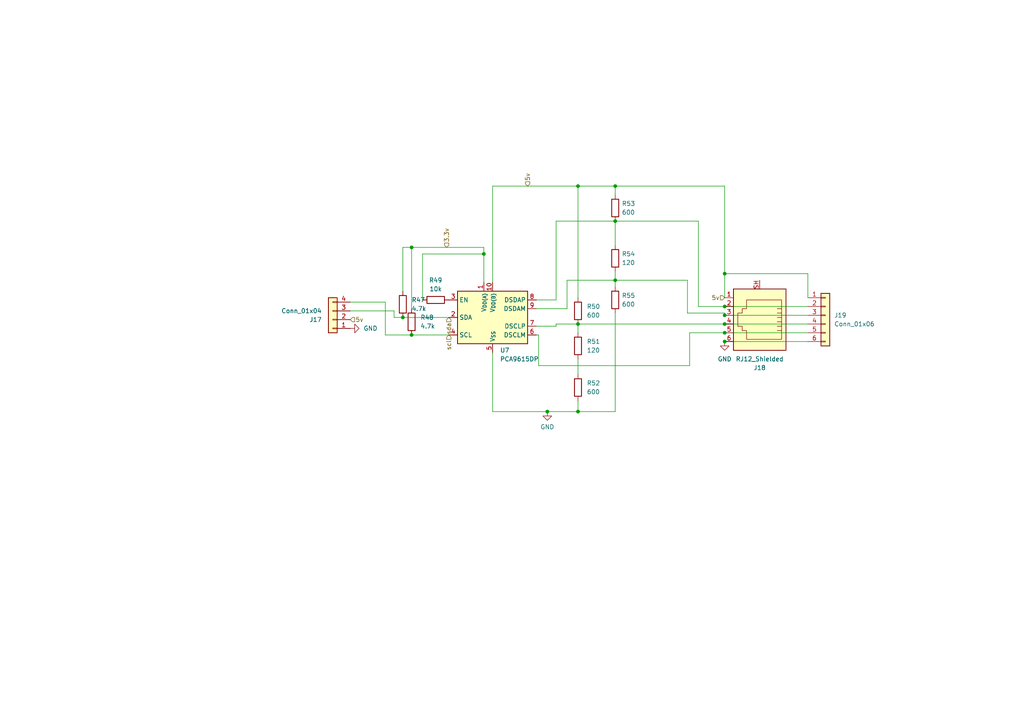
<source format=kicad_sch>
(kicad_sch (version 20250114) (generator "eeschema") (generator_version "9.0")
  (paper "A4")
  (lib_symbols
    (symbol "Connector:RJ12_Shielded" (pin_names (offset 1.016))
      (property "Reference" "J" (at -5.08 11.43 0))
      (property "Value" "RJ12_Shielded" (at 2.54 11.43 0))
      (symbol "RJ12_Shielded_0_1"
        (polyline (pts (xy -6.35 3.175) (xy -5.08 3.175) (xy -5.08 3.175)))
        (polyline (pts (xy -6.35 1.905) (xy -5.08 1.905) (xy -5.08 1.905)))
        (polyline (pts (xy -6.35 0.635) (xy -5.08 0.635) (xy -5.08 0.635)))
        (polyline (pts (xy -6.35 -0.635) (xy -5.08 -0.635) (xy -5.08 -0.635)))
        (polyline (pts (xy -6.35 -1.905) (xy -5.08 -1.905) (xy -5.08 -1.905)))
        (polyline (pts (xy -6.35 -4.445) (xy -6.35 6.985) (xy 3.81 6.985) (xy 3.81 4.445) (xy 5.08 4.445) (xy 5.08 3.175) (xy 6.35 3.175) (xy 6.35 -0.635) (xy 5.08 -0.635) (xy 5.08 -1.905) (xy 3.81 -1.905) (xy 3.81 -4.445) (xy -6.35 -4.445) (xy -6.35 -4.445)))
        (polyline (pts (xy -5.08 4.445) (xy -6.35 4.445) (xy -6.35 4.445)))
        (rectangle (start 7.62 10.16) (end -7.62 -7.62) (stroke (width 0.254)) (fill (type background)))
      )
      (symbol "RJ12_Shielded_1_1"
        (pin passive line (at 0 -10.16 90) (length 2.54) (name "~") (number "SH"))
        (pin passive line (at 10.16 7.62 180) (length 2.54) (name "~") (number "6"))
        (pin passive line (at 10.16 5.08 180) (length 2.54) (name "~") (number "5"))
        (pin passive line (at 10.16 2.54 180) (length 2.54) (name "~") (number "4"))
        (pin passive line (at 10.16 0 180) (length 2.54) (name "~") (number "3"))
        (pin passive line (at 10.16 -2.54 180) (length 2.54) (name "~") (number "2"))
        (pin passive line (at 10.16 -5.08 180) (length 2.54) (name "~") (number "1"))
      )
    )
    (symbol "Connector_Generic:Conn_01x04" (pin_names (offset 1.016) (hide yes))
      (property "Reference" "J" (at 0 5.08 0))
      (property "Value" "Conn_01x04" (at 0 -7.62 0))
      (symbol "Conn_01x04_1_1"
        (rectangle (start -1.27 3.81) (end 1.27 -6.35) (stroke (width 0.254)) (fill (type background)))
        (rectangle (start -1.27 2.667) (end 0 2.413) (stroke (width 0.1524)))
        (rectangle (start -1.27 0.127) (end 0 -0.127) (stroke (width 0.1524)))
        (rectangle (start -1.27 -2.413) (end 0 -2.667) (stroke (width 0.1524)))
        (rectangle (start -1.27 -4.953) (end 0 -5.207) (stroke (width 0.1524)))
        (pin passive line (at -5.08 2.54 0) (length 3.81) (name "Pin_1") (number "1"))
        (pin passive line (at -5.08 0 0) (length 3.81) (name "Pin_2") (number "2"))
        (pin passive line (at -5.08 -2.54 0) (length 3.81) (name "Pin_3") (number "3"))
        (pin passive line (at -5.08 -5.08 0) (length 3.81) (name "Pin_4") (number "4"))
      )
    )
    (symbol "Connector_Generic:Conn_01x06" (pin_names (offset 1.016) (hide yes))
      (property "Reference" "J" (at 0 7.62 0))
      (property "Value" "Conn_01x06" (at 0 -10.16 0))
      (symbol "Conn_01x06_1_1"
        (rectangle (start -1.27 6.35) (end 1.27 -8.89) (stroke (width 0.254)) (fill (type background)))
        (rectangle (start -1.27 5.207) (end 0 4.953) (stroke (width 0.1524)))
        (rectangle (start -1.27 2.667) (end 0 2.413) (stroke (width 0.1524)))
        (rectangle (start -1.27 0.127) (end 0 -0.127) (stroke (width 0.1524)))
        (rectangle (start -1.27 -2.413) (end 0 -2.667) (stroke (width 0.1524)))
        (rectangle (start -1.27 -4.953) (end 0 -5.207) (stroke (width 0.1524)))
        (rectangle (start -1.27 -7.493) (end 0 -7.747) (stroke (width 0.1524)))
        (pin passive line (at -5.08 5.08 0) (length 3.81) (name "Pin_1") (number "1"))
        (pin passive line (at -5.08 2.54 0) (length 3.81) (name "Pin_2") (number "2"))
        (pin passive line (at -5.08 0 0) (length 3.81) (name "Pin_3") (number "3"))
        (pin passive line (at -5.08 -2.54 0) (length 3.81) (name "Pin_4") (number "4"))
        (pin passive line (at -5.08 -5.08 0) (length 3.81) (name "Pin_5") (number "5"))
        (pin passive line (at -5.08 -7.62 0) (length 3.81) (name "Pin_6") (number "6"))
      )
    )
    (symbol "Device:R" (pin_numbers (hide yes)) (pin_names (offset 0))
      (property "Reference" "R" (at 2.032 0 90))
      (property "Value" "R" (at 0 0 90))
      (symbol "R_0_1"
        (rectangle (start -1.016 -2.54) (end 1.016 2.54) (stroke (width 0.254)))
      )
      (symbol "R_1_1"
        (pin passive line (at 0 3.81 270) (length 1.27) (name "~") (number "1"))
        (pin passive line (at 0 -3.81 90) (length 1.27) (name "~") (number "2"))
      )
    )
    (symbol "Interface:PCA9615DP"
      (property "Reference" "U" (at -10.16 8.89 0))
      (property "Value" "PCA9615DP" (at 1.27 8.89 0))
      (symbol "PCA9615DP_0_1"
        (rectangle (start -10.16 7.62) (end 10.16 -7.62) (stroke (width 0.254)) (fill (type background)))
      )
      (symbol "PCA9615DP_1_1"
        (pin input line (at -12.7 5.08 0) (length 2.54) (name "EN") (number "3"))
        (pin bidirectional line (at -12.7 0 0) (length 2.54) (name "SDA") (number "2"))
        (pin bidirectional line (at -12.7 -5.08 0) (length 2.54) (name "SCL") (number "4"))
        (pin power_in line (at -2.54 10.16 270) (length 2.54) (name "V_{DD(A)}") (number "1"))
        (pin power_in line (at 0 10.16 270) (length 2.54) (name "V_{DD(B)}") (number "10"))
        (pin power_in line (at 0 -10.16 90) (length 2.54) (name "V_{SS}") (number "5"))
        (pin bidirectional line (at 12.7 5.08 180) (length 2.54) (name "DSDAP") (number "8"))
        (pin bidirectional line (at 12.7 2.54 180) (length 2.54) (name "DSDAM") (number "9"))
        (pin bidirectional line (at 12.7 -2.54 180) (length 2.54) (name "DSCLP") (number "7"))
        (pin bidirectional line (at 12.7 -5.08 180) (length 2.54) (name "DSCLM") (number "6"))
      )
    )
    (symbol "power:GND" (power) (pin_numbers (hide yes)) (pin_names (offset 0) (hide yes))
      (property "Value" "GND" (at 0 -3.81 0))
      (symbol "GND_0_1"
        (polyline (pts (xy 0 0) (xy 0 -1.27) (xy 1.27 -1.27) (xy 0 -2.54) (xy -1.27 -1.27) (xy 0 -1.27)))
      )
      (symbol "GND_1_1"
        (pin power_in line (at 0 0 270) (length 0) (name "~") (number "1"))
      )
    )
  )
  (junction (at 178.435 81.28))
  (junction (at 210.185 99.06))
  (junction (at 210.185 91.44))
  (junction (at 140.335 73.66))
  (junction (at 167.64 53.975))
  (junction (at 210.185 93.98))
  (junction (at 178.435 53.975))
  (junction (at 119.38 97.155))
  (junction (at 167.64 119.38))
  (junction (at 167.64 93.98))
  (junction (at 210.185 88.9))
  (junction (at 116.84 92.075))
  (junction (at 158.75 119.38))
  (junction (at 178.435 64.135))
  (junction (at 119.38 71.755))
  (junction (at 210.185 79.375))
  (junction (at 210.185 96.52))
  (wire (pts (xy 161.29 93.98) (xy 167.64 93.98)))
  (wire (pts (xy 161.29 64.135) (xy 178.435 64.135)))
  (wire (pts (xy 200.025 96.52) (xy 200.025 106.045)))
  (wire (pts (xy 161.29 93.98) (xy 161.29 94.615)))
  (wire (pts (xy 119.38 71.755) (xy 119.38 89.535)))
  (wire (pts (xy 140.335 73.66) (xy 140.335 81.915)))
  (wire (pts (xy 101.6 87.63) (xy 111.76 87.63)))
  (wire (pts (xy 114.3 92.075) (xy 114.3 90.17)))
  (wire (pts (xy 178.435 53.975) (xy 210.185 53.975)))
  (wire (pts (xy 156.21 106.045) (xy 156.21 97.155)))
  (wire (pts (xy 114.3 90.17) (xy 101.6 90.17)))
  (wire (pts (xy 178.435 119.38) (xy 178.435 90.805)))
  (wire (pts (xy 122.555 86.995) (xy 122.555 73.66)))
  (wire (pts (xy 164.465 89.535) (xy 164.465 81.28)))
  (wire (pts (xy 210.185 79.375) (xy 210.185 86.36)))
  (wire (pts (xy 178.435 81.28) (xy 178.435 83.185)))
  (wire (pts (xy 210.185 96.52) (xy 200.025 96.52)))
  (wire (pts (xy 116.84 92.075) (xy 114.3 92.075)))
  (wire (pts (xy 167.64 116.205) (xy 167.64 119.38)))
  (wire (pts (xy 167.64 53.975) (xy 178.435 53.975)))
  (wire (pts (xy 116.84 92.075) (xy 130.175 92.075)))
  (wire (pts (xy 142.875 81.915) (xy 142.875 53.975)))
  (wire (pts (xy 155.575 94.615) (xy 161.29 94.615)))
  (wire (pts (xy 142.875 102.235) (xy 142.875 119.38)))
  (wire (pts (xy 210.185 90.805) (xy 210.185 91.44)))
  (wire (pts (xy 210.185 53.975) (xy 210.185 79.375)))
  (wire (pts (xy 199.39 81.28) (xy 199.39 90.805)))
  (wire (pts (xy 167.64 104.14) (xy 167.64 108.585)))
  (wire (pts (xy 178.435 53.975) (xy 178.435 56.515)))
  (wire (pts (xy 164.465 81.28) (xy 178.435 81.28)))
  (wire (pts (xy 178.435 81.28) (xy 199.39 81.28)))
  (wire (pts (xy 142.875 53.975) (xy 167.64 53.975)))
  (wire (pts (xy 202.565 64.135) (xy 202.565 88.9)))
  (wire (pts (xy 210.185 93.98) (xy 234.315 93.98)))
  (wire (pts (xy 178.435 81.28) (xy 178.435 78.74)))
  (wire (pts (xy 210.185 79.375) (xy 234.315 79.375)))
  (wire (pts (xy 167.64 93.98) (xy 210.185 93.98)))
  (wire (pts (xy 234.315 79.375) (xy 234.315 86.36)))
  (wire (pts (xy 210.185 96.52) (xy 234.315 96.52)))
  (wire (pts (xy 210.185 99.06) (xy 234.315 99.06)))
  (wire (pts (xy 199.39 90.805) (xy 210.185 90.805)))
  (wire (pts (xy 167.64 53.975) (xy 167.64 86.36)))
  (wire (pts (xy 158.75 119.38) (xy 167.64 119.38)))
  (wire (pts (xy 210.185 91.44) (xy 234.315 91.44)))
  (wire (pts (xy 140.335 71.755) (xy 140.335 73.66)))
  (wire (pts (xy 142.875 119.38) (xy 158.75 119.38)))
  (wire (pts (xy 178.435 64.135) (xy 178.435 71.12)))
  (wire (pts (xy 178.435 64.135) (xy 202.565 64.135)))
  (wire (pts (xy 116.84 84.455) (xy 116.84 71.755)))
  (wire (pts (xy 156.21 97.155) (xy 155.575 97.155)))
  (wire (pts (xy 119.38 97.155) (xy 130.175 97.155)))
  (wire (pts (xy 119.38 71.755) (xy 140.335 71.755)))
  (wire (pts (xy 116.84 71.755) (xy 119.38 71.755)))
  (wire (pts (xy 167.64 119.38) (xy 178.435 119.38)))
  (wire (pts (xy 155.575 89.535) (xy 164.465 89.535)))
  (wire (pts (xy 210.185 88.9) (xy 234.315 88.9)))
  (wire (pts (xy 155.575 86.995) (xy 161.29 86.995)))
  (wire (pts (xy 111.76 97.155) (xy 119.38 97.155)))
  (wire (pts (xy 202.565 88.9) (xy 210.185 88.9)))
  (wire (pts (xy 167.64 93.98) (xy 167.64 96.52)))
  (wire (pts (xy 122.555 73.66) (xy 140.335 73.66)))
  (wire (pts (xy 161.29 86.995) (xy 161.29 64.135)))
  (wire (pts (xy 200.025 106.045) (xy 156.21 106.045)))
  (wire (pts (xy 111.76 87.63) (xy 111.76 97.155)))
  (hierarchical_label "scl" (shape input) (at 130.175 97.155 270))
  (hierarchical_label "5v" (shape input) (at 101.6 92.71 0))
  (hierarchical_label "sda" (shape input) (at 130.175 92.075 270))
  (hierarchical_label "3.3v" (shape input) (at 129.54 71.755 90))
  (hierarchical_label "5v" (shape input) (at 153.035 53.975 90))
  (hierarchical_label "5v" (shape input) (at 210.185 86.36 180))
  (symbol (lib_id "power:GND") (at 158.75 119.38 0) (unit 1)
    (property "Reference" "#PWR05" (effects (hide yes)))
    (property "Value" "GND" (at 158.75 123.825 0))
    (property "Description" "Power symbol creates a global label with name \"GND\" , ground" (effects (hide yes)))
    (instances (project "ghost_host" (path "" (reference "#PWR021") (unit 1)) (path "" (reference "#PWR09") (unit 1)) (path "" (reference "#PWR012") (unit 1)) (path "" (reference "#PWR018") (unit 1)) (path "" (reference "#PWR05") (unit 1)) (path "" (reference "#PWR024") (unit 1)) (path "" (reference "#PWR07") (unit 1)) (path "" (reference "#PWR015") (unit 1))))
  )
  (symbol (lib_id "Device:R") (at 167.64 112.395 0) (unit 1)
    (property "Reference" "R13" (at 170.18 111.1249 0) (effects (justify left)))
    (property "Value" "600" (at 170.18 113.6649 0) (effects (justify left)))
    (property "Footprint" "Resistor_SMD:R_0603_1608Metric_Pad0.98x0.95mm_HandSolder" (effects (hide yes)))
    (property "Description" "Resistor" (effects (hide yes)))
    (instances (project "ghost_host" (path "" (reference "R52") (unit 1)) (path "" (reference "R21") (unit 1)) (path "" (reference "R26") (unit 1)) (path "" (reference "R43") (unit 1)) (path "" (reference "R13") (unit 1)) (path "" (reference "R61") (unit 1)) (path "" (reference "R69") (unit 1)) (path "" (reference "R34") (unit 1))))
  )
  (symbol (lib_id "Device:R") (at 167.64 100.33 0) (unit 1)
    (property "Reference" "R11" (at 170.18 99.0599 0) (effects (justify left)))
    (property "Value" "120" (at 170.18 101.5999 0) (effects (justify left)))
    (property "Footprint" "Resistor_SMD:R_0603_1608Metric_Pad0.98x0.95mm_HandSolder" (effects (hide yes)))
    (property "Description" "Resistor" (effects (hide yes)))
    (instances (project "ghost_host" (path "" (reference "R51") (unit 1)) (path "" (reference "R20") (unit 1)) (path "" (reference "R25") (unit 1)) (path "" (reference "R42") (unit 1)) (path "" (reference "R11") (unit 1)) (path "" (reference "R60") (unit 1)) (path "" (reference "R68") (unit 1)) (path "" (reference "R33") (unit 1))))
  )
  (symbol (lib_id "Device:R") (at 167.64 90.17 0) (unit 1)
    (property "Reference" "R9" (at 170.18 88.8999 0) (effects (justify left)))
    (property "Value" "600" (at 170.18 91.4399 0) (effects (justify left)))
    (property "Footprint" "Resistor_SMD:R_0603_1608Metric_Pad0.98x0.95mm_HandSolder" (effects (hide yes)))
    (property "Description" "Resistor" (effects (hide yes)))
    (instances (project "ghost_host" (path "" (reference "R50") (unit 1)) (path "" (reference "R19") (unit 1)) (path "" (reference "R14") (unit 1)) (path "" (reference "R41") (unit 1)) (path "" (reference "R9") (unit 1)) (path "" (reference "R59") (unit 1)) (path "" (reference "R67") (unit 1)) (path "" (reference "R32") (unit 1))))
  )
  (symbol (lib_id "power:GND") (at 101.6 95.25 90) (unit 1)
    (property "Reference" "#PWR0101" (effects (hide yes)))
    (property "Value" "GND" (at 105.41 95.2499 90) (effects (justify right)))
    (property "Description" "Power symbol creates a global label with name \"GND\" , ground" (effects (hide yes)))
    (instances (project "ghost_host" (path "" (reference "#PWR020") (unit 1)) (path "" (reference "#PWR08") (unit 1)) (path "" (reference "#PWR011") (unit 1)) (path "" (reference "#PWR017") (unit 1)) (path "" (reference "#PWR0101") (unit 1)) (path "" (reference "#PWR023") (unit 1)) (path "" (reference "#PWR04") (unit 1)) (path "" (reference "#PWR014") (unit 1))))
  )
  (symbol (lib_id "Connector:RJ12_Shielded") (at 220.345 91.44 180) (unit 1)
    (property "Reference" "J23" (at 220.345 106.68 0))
    (property "Value" "RJ12_Shielded" (at 220.345 104.14 0))
    (property "Footprint" "RJ12_Pin_Connector:RJ12_Pin_Connector" (effects (hide yes)))
    (property "Description" "RJ connector, 6P6C (6 positions 6 connected), Shielded" (effects (hide yes)))
    (instances (project "ghost_host" (path "" (reference "J18") (unit 1)) (path "" (reference "J6") (unit 1)) (path "" (reference "J9") (unit 1)) (path "" (reference "J15") (unit 1)) (path "" (reference "J23") (unit 1)) (path "" (reference "J21") (unit 1)) (path "" (reference "J4") (unit 1)) (path "" (reference "J12") (unit 1))))
  )
  (symbol (lib_id "Device:R") (at 119.38 93.345 0) (unit 1)
    (property "Reference" "R2" (at 121.92 92.0749 0) (effects (justify left)))
    (property "Value" "4.7k" (at 121.92 94.6149 0) (effects (justify left)))
    (property "Footprint" "Resistor_SMD:R_0603_1608Metric_Pad0.98x0.95mm_HandSolder" (effects (hide yes)))
    (property "Description" "Resistor" (effects (hide yes)))
    (instances (project "ghost_host" (path "" (reference "R48") (unit 1)) (path "" (reference "R17") (unit 1)) (path "" (reference "R10") (unit 1)) (path "" (reference "R39") (unit 1)) (path "" (reference "R2") (unit 1)) (path "" (reference "R57") (unit 1)) (path "" (reference "R5") (unit 1)) (path "" (reference "R30") (unit 1))))
  )
  (symbol (lib_id "Device:R") (at 178.435 60.325 0) (unit 1)
    (property "Reference" "R15" (at 180.34 59.0549 0) (effects (justify left)))
    (property "Value" "600" (at 180.34 61.5949 0) (effects (justify left)))
    (property "Footprint" "Resistor_SMD:R_0603_1608Metric_Pad0.98x0.95mm_HandSolder" (effects (hide yes)))
    (property "Description" "Resistor" (effects (hide yes)))
    (instances (project "ghost_host" (path "" (reference "R53") (unit 1)) (path "" (reference "R22") (unit 1)) (path "" (reference "R3") (unit 1)) (path "" (reference "R44") (unit 1)) (path "" (reference "R15") (unit 1)) (path "" (reference "R62") (unit 1)) (path "" (reference "R70") (unit 1)) (path "" (reference "R35") (unit 1))))
  )
  (symbol (lib_id "Connector_Generic:Conn_01x04") (at 96.52 92.71 180) (unit 1)
    (property "Reference" "J2" (at 93.345 92.7101 0) (effects (justify left)))
    (property "Value" "Conn_01x04" (at 93.345 90.1701 0) (effects (justify left)))
    (property "Footprint" "Connector_JST:JST_SH_BM04B-SRSS-TB_1x04-1MP_P1.00mm_Vertical" (effects (hide yes)))
    (property "Description" "Generic connector, single row, 01x04, script generated (kicad-library-utils/schlib/autogen/connector/)" (effects (hide yes)))
    (instances (project "ghost_host" (path "" (reference "J17") (unit 1)) (path "" (reference "J5") (unit 1)) (path "" (reference "J8") (unit 1)) (path "" (reference "J14") (unit 1)) (path "" (reference "J2") (unit 1)) (path "" (reference "J20") (unit 1)) (path "" (reference "J3") (unit 1)) (path "" (reference "J11") (unit 1))))
  )
  (symbol (lib_id "Device:R") (at 116.84 88.265 0) (unit 1)
    (property "Reference" "R1" (at 119.38 86.9949 0) (effects (justify left)))
    (property "Value" "4.7k" (at 119.38 89.5349 0) (effects (justify left)))
    (property "Footprint" "Resistor_SMD:R_0603_1608Metric_Pad0.98x0.95mm_HandSolder" (effects (hide yes)))
    (property "Description" "Resistor" (effects (hide yes)))
    (instances (project "ghost_host" (path "" (reference "R47") (unit 1)) (path "" (reference "R16") (unit 1)) (path "" (reference "R8") (unit 1)) (path "" (reference "R38") (unit 1)) (path "" (reference "R1") (unit 1)) (path "" (reference "R56") (unit 1)) (path "" (reference "R4") (unit 1)) (path "" (reference "R29") (unit 1))))
  )
  (symbol (lib_id "Device:R") (at 178.435 86.995 0) (unit 1)
    (property "Reference" "R66" (at 180.34 85.7249 0) (effects (justify left)))
    (property "Value" "600" (at 180.34 88.2649 0) (effects (justify left)))
    (property "Footprint" "Resistor_SMD:R_0603_1608Metric_Pad0.98x0.95mm_HandSolder" (effects (hide yes)))
    (property "Description" "Resistor" (effects (hide yes)))
    (instances (project "ghost_host" (path "" (reference "R55") (unit 1)) (path "" (reference "R24") (unit 1)) (path "" (reference "R28") (unit 1)) (path "" (reference "R46") (unit 1)) (path "" (reference "R66") (unit 1)) (path "" (reference "R64") (unit 1)) (path "" (reference "R72") (unit 1)) (path "" (reference "R37") (unit 1))))
  )
  (symbol (lib_id "Connector_Generic:Conn_01x06") (at 239.395 91.44 0) (unit 1)
    (property "Reference" "J24" (at 241.935 91.4399 0) (effects (justify left)))
    (property "Value" "Conn_01x06" (at 241.935 93.9799 0) (effects (justify left)))
    (property "Footprint" "Connector_JST:JST_SH_BM06B-SRSS-TB_1x06-1MP_P1.00mm_Vertical" (effects (hide yes)))
    (property "Description" "Generic connector, single row, 01x06, script generated (kicad-library-utils/schlib/autogen/connector/)" (effects (hide yes)))
    (instances (project "ghost_host" (path "" (reference "J19") (unit 1)) (path "" (reference "J7") (unit 1)) (path "" (reference "J10") (unit 1)) (path "" (reference "J16") (unit 1)) (path "" (reference "J24") (unit 1)) (path "" (reference "J22") (unit 1)) (path "" (reference "J25") (unit 1)) (path "" (reference "J13") (unit 1))))
  )
  (symbol (lib_id "power:GND") (at 210.185 99.06 0) (unit 1)
    (property "Reference" "#PWR0102" (effects (hide yes)))
    (property "Value" "GND" (at 210.185 104.14 0))
    (property "Description" "Power symbol creates a global label with name \"GND\" , ground" (effects (hide yes)))
    (instances (project "ghost_host" (path "" (reference "#PWR022") (unit 1)) (path "" (reference "#PWR010") (unit 1)) (path "" (reference "#PWR013") (unit 1)) (path "" (reference "#PWR019") (unit 1)) (path "" (reference "#PWR0102") (unit 1)) (path "" (reference "#PWR025") (unit 1)) (path "" (reference "#PWR06") (unit 1)) (path "" (reference "#PWR016") (unit 1))))
  )
  (symbol (lib_id "Device:R") (at 178.435 74.93 0) (unit 1)
    (property "Reference" "R65" (at 180.34 73.6599 0) (effects (justify left)))
    (property "Value" "120" (at 180.34 76.1999 0) (effects (justify left)))
    (property "Footprint" "Resistor_SMD:R_0603_1608Metric_Pad0.98x0.95mm_HandSolder" (effects (hide yes)))
    (property "Description" "Resistor" (effects (hide yes)))
    (instances (project "ghost_host" (path "" (reference "R54") (unit 1)) (path "" (reference "R23") (unit 1)) (path "" (reference "R27") (unit 1)) (path "" (reference "R45") (unit 1)) (path "" (reference "R65") (unit 1)) (path "" (reference "R63") (unit 1)) (path "" (reference "R71") (unit 1)) (path "" (reference "R36") (unit 1))))
  )
  (symbol (lib_id "Interface:PCA9615DP") (at 142.875 92.075 0) (unit 1)
    (property "Reference" "U1" (at 145.0183 101.6 0) (effects (justify left)))
    (property "Value" "PCA9615DP" (at 145.0183 104.14 0) (effects (justify left)))
    (property "Footprint" "Package_SO:TSSOP-10_3x3mm_P0.5mm" (effects (hide yes)))
    (property "Datasheet" "https://www.nxp.com/docs/en/data-sheet/PCA9615.pdf" (effects (hide yes)))
    (property "Description" "Dual bidirectional hot-swap multipoint bus buffer, SO-8" (effects (hide yes)))
    (instances (project "ghost_host" (path "" (reference "U7") (unit 1)) (path "" (reference "U3") (unit 1)) (path "" (reference "U4") (unit 1)) (path "" (reference "U6") (unit 1)) (path "" (reference "U1") (unit 1)) (path "" (reference "U8") (unit 1)) (path "" (reference "U2") (unit 1)) (path "" (reference "U5") (unit 1))))
  )
  (symbol (lib_id "Device:R") (at 126.365 86.995 270) (unit 1)
    (property "Reference" "R7" (at 126.365 81.28 90))
    (property "Value" "10k" (at 126.365 83.82 90))
    (property "Footprint" "Resistor_SMD:R_0603_1608Metric_Pad0.98x0.95mm_HandSolder" (effects (hide yes)))
    (property "Description" "Resistor" (effects (hide yes)))
    (instances (project "ghost_host" (path "" (reference "R49") (unit 1)) (path "" (reference "R18") (unit 1)) (path "" (reference "R12") (unit 1)) (path "" (reference "R40") (unit 1)) (path "" (reference "R7") (unit 1)) (path "" (reference "R58") (unit 1)) (path "" (reference "R6") (unit 1)) (path "" (reference "R31") (unit 1))))
  )
)
</source>
